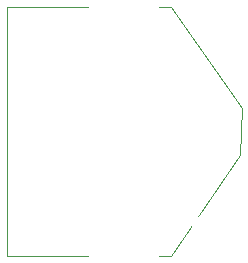
<source format=gbo>
G04 #@! TF.GenerationSoftware,KiCad,Pcbnew,9.0.0*
G04 #@! TF.CreationDate,2025-04-18T11:45:23+02:00*
G04 #@! TF.ProjectId,WakeBand,57616b65-4261-46e6-942e-6b696361645f,rev?*
G04 #@! TF.SameCoordinates,Original*
G04 #@! TF.FileFunction,Legend,Bot*
G04 #@! TF.FilePolarity,Positive*
%FSLAX46Y46*%
G04 Gerber Fmt 4.6, Leading zero omitted, Abs format (unit mm)*
G04 Created by KiCad (PCBNEW 9.0.0) date 2025-04-18 11:45:23*
%MOMM*%
%LPD*%
G01*
G04 APERTURE LIST*
%ADD10C,0.254000*%
%ADD11C,0.100000*%
%ADD12C,0.990600*%
%ADD13R,5.200000X5.200000*%
%ADD14R,4.000000X4.000000*%
G04 APERTURE END LIST*
D10*
X246054318Y-107642380D02*
X247082413Y-107642380D01*
X247082413Y-107642380D02*
X247203365Y-107702857D01*
X247203365Y-107702857D02*
X247263842Y-107763333D01*
X247263842Y-107763333D02*
X247324318Y-107884285D01*
X247324318Y-107884285D02*
X247324318Y-108126190D01*
X247324318Y-108126190D02*
X247263842Y-108247142D01*
X247263842Y-108247142D02*
X247203365Y-108307619D01*
X247203365Y-108307619D02*
X247082413Y-108368095D01*
X247082413Y-108368095D02*
X246054318Y-108368095D01*
X246175270Y-108912380D02*
X246114794Y-108972856D01*
X246114794Y-108972856D02*
X246054318Y-109093809D01*
X246054318Y-109093809D02*
X246054318Y-109396190D01*
X246054318Y-109396190D02*
X246114794Y-109517142D01*
X246114794Y-109517142D02*
X246175270Y-109577618D01*
X246175270Y-109577618D02*
X246296222Y-109638095D01*
X246296222Y-109638095D02*
X246417175Y-109638095D01*
X246417175Y-109638095D02*
X246598603Y-109577618D01*
X246598603Y-109577618D02*
X247324318Y-108851904D01*
X247324318Y-108851904D02*
X247324318Y-109638095D01*
D11*
X236790000Y-97760000D02*
X236790000Y-118860000D01*
X236790000Y-118860000D02*
X243690000Y-118860000D01*
X243690000Y-97760000D02*
X236790000Y-97760000D01*
X249690000Y-97760000D02*
X250690000Y-97760000D01*
X250690000Y-97760000D02*
X256690000Y-106310000D01*
X250690000Y-118860000D02*
X249690000Y-118860000D01*
X256590000Y-110310000D02*
X250690000Y-118860000D01*
X256690000Y-106310000D02*
X256590000Y-110310000D01*
%LPC*%
D12*
X252870000Y-115980000D03*
X253886000Y-121060000D03*
X251854000Y-121060000D03*
D13*
X246690000Y-95170000D03*
X246690000Y-121070000D03*
D14*
X246690000Y-108120000D03*
%LPD*%
M02*

</source>
